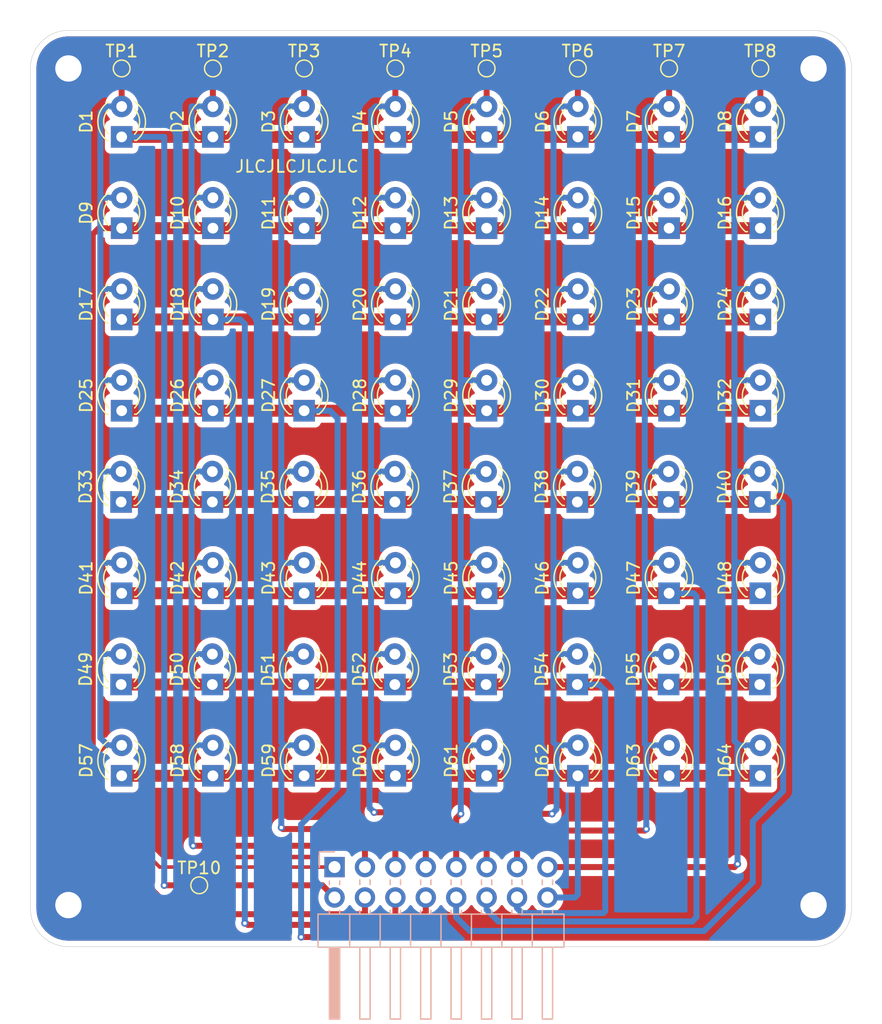
<source format=kicad_pcb>
(kicad_pcb (version 20241229) (generator "pcbnew") (generator_version "9.0")
  (title_block (title "Retro Imponator Led Array - Omega") (date "2026-02-27") (rev "1.0-pre") (company "Erik Brenn, 2026"))
  (layers (0 "F.Cu" signal) (2 "B.Cu" power) (13 "F.Paste" user) (15 "B.Paste" user) (5 "F.SilkS" user "F.Silkscreen") (7 "B.SilkS" user "B.Silkscreen") (1 "F.Mask" user) (3 "B.Mask" user) (25 "Edge.Cuts" user))
  (net 0 "")
  (net 1 "/Led1")
  (net 2 "/Row1")
  (net 3 "/Led2")
  (net 4 "/Led3")
  (net 5 "/Led4")
  (net 6 "/Led5")
  (net 7 "/Led6")
  (net 8 "/Led7")
  (net 9 "/Row2")
  (net 10 "/Row3")
  (net 11 "/Row4")
  (net 12 "/Row5")
  (net 13 "/Row6")
  (net 14 "/Row7")
  (net 15 "/Row8")
  (net 16 "GND")
  (net 17 "/Led8")
  (footprint "LED_THT:LED_D3.0mm" (layer "F.Cu") (at 71.755 45.085 90)
    (property "Reference" "D19")
    (property "Value" "LED")
  )
  (footprint "TestPoint:TestPoint_Pad_D1.0mm" (layer "F.Cu") (at 71.755 24.13)
    (property "Reference" "TP3")
    (property "Value" "TestPoint" (hide yes))
  )
  (footprint "LED_THT:LED_D3.0mm" (layer "F.Cu") (at 79.375 52.705 90)
    (property "Reference" "D28")
    (property "Value" "LED")
  )
  (footprint "LED_THT:LED_D3.0mm" (layer "F.Cu") (at 56.47 60.325 90)
    (property "Reference" "D33")
    (property "Value" "LED")
  )
  (footprint "LED_THT:LED_D3.0mm" (layer "F.Cu") (at 94.615 29.845 90)
    (property "Reference" "D6")
    (property "Value" "LED")
  )
  (footprint "LED_THT:LED_D3.0mm" (layer "F.Cu") (at 79.375 83.185 90)
    (property "Reference" "D60")
    (property "Value" "LED")
  )
  (footprint "TestPoint:TestPoint_Pad_D1.0mm" (layer "F.Cu") (at 62.992 92.329)
    (property "Reference" "TP10")
    (property "Value" "TestPoint" (hide yes))
  )
  (footprint "LED_THT:LED_D3.0mm" (layer "F.Cu") (at 109.81 60.325 90)
    (property "Reference" "D40")
    (property "Value" "LED")
  )
  (footprint "TestPoint:TestPoint_Pad_D1.0mm" (layer "F.Cu") (at 86.995 24.13)
    (property "Reference" "TP5")
    (property "Value" "TestPoint" (hide yes))
  )
  (footprint "LED_THT:LED_D3.0mm" (layer "F.Cu") (at 56.515 45.085 90)
    (property "Reference" "D17")
    (property "Value" "LED")
  )
  (footprint "LED_THT:LED_D3.0mm" (layer "F.Cu") (at 71.755 83.185 90)
    (property "Reference" "D59")
    (property "Value" "LED")
  )
  (footprint "TestPoint:TestPoint_Pad_D1.0mm" (layer "F.Cu") (at 109.855 24.13)
    (property "Reference" "TP8")
    (property "Value" "TestPoint" (hide yes))
  )
  (footprint "LED_THT:LED_D3.0mm" (layer "F.Cu") (at 71.755 67.945 90)
    (property "Reference" "D43")
    (property "Value" "LED")
  )
  (footprint "Fiducial:Fiducial_1mm_Mask2mm" (layer "F.Cu") (at 115.57 28.575)
    (property "Reference" "FID2" (hide yes))
    (property "Value" "1mm" (hide yes))
  )
  (footprint "LED_THT:LED_D3.0mm" (layer "F.Cu") (at 56.515 83.185 90)
    (property "Reference" "D57")
    (property "Value" "LED")
  )
  (footprint "LED_THT:LED_D3.0mm" (layer "F.Cu") (at 109.855 52.705 90)
    (property "Reference" "D32")
    (property "Value" "LED")
  )
  (footprint "LED_THT:LED_D3.0mm" (layer "F.Cu") (at 71.755 52.705 90)
    (property "Reference" "D27")
    (property "Value" "LED")
  )
  (footprint "Fiducial:Fiducial_1mm_Mask2mm" (layer "F.Cu") (at 50.8 28.575)
    (property "Reference" "FID1" (hide yes))
    (property "Value" "1mm" (hide yes))
  )
  (footprint "LED_THT:LED_D3.0mm" (layer "F.Cu") (at 79.33 75.565 90)
    (property "Reference" "D52")
    (property "Value" "LED")
  )
  (footprint "LED_THT:LED_D3.0mm" (layer "F.Cu") (at 94.615 67.945 90)
    (property "Reference" "D46")
    (property "Value" "LED")
  )
  (footprint "TestPoint:TestPoint_Pad_D1.0mm" (layer "F.Cu") (at 64.135 24.13)
    (property "Reference" "TP2")
    (property "Value" "TestPoint" (hide yes))
  )
  (footprint "LED_THT:LED_D3.0mm" (layer "F.Cu") (at 109.855 37.465 90)
    (property "Reference" "D16")
    (property "Value" "LED")
  )
  (footprint "LED_THT:LED_D3.0mm" (layer "F.Cu") (at 56.515 29.845 90)
    (property "Reference" "D1")
    (property "Value" "LED")
  )
  (footprint "LED_THT:LED_D3.0mm" (layer "F.Cu") (at 109.855 45.085 90)
    (property "Reference" "D24")
    (property "Value" "LED")
  )
  (footprint "LED_THT:LED_D3.0mm" (layer "F.Cu") (at 64.135 52.705 90)
    (property "Reference" "D26")
    (property "Value" "LED")
  )
  (footprint "MountingHole:MountingHole_2.2mm_M2_DIN965_Pad" (layer "F.Cu") (at 114.3 93.98)
    (property "Reference" "MH4" (hide yes))
    (property "Value" "M3" (hide yes))
  )
  (footprint "LED_THT:LED_D3.0mm" (layer "F.Cu") (at 86.995 37.465 90)
    (property "Reference" "D13")
    (property "Value" "LED")
  )
  (footprint "LED_THT:LED_D3.0mm" (layer "F.Cu") (at 79.375 67.945 90)
    (property "Reference" "D44")
    (property "Value" "LED")
  )
  (footprint "LED_THT:LED_D3.0mm" (layer "F.Cu") (at 56.47 75.565 90)
    (property "Reference" "D49")
    (property "Value" "LED")
  )
  (footprint "LED_THT:LED_D3.0mm" (layer "F.Cu") (at 79.375 29.845 90)
    (property "Reference" "D4")
    (property "Value" "LED")
  )
  (footprint "MountingHole:MountingHole_2.2mm_M2_DIN965_Pad" (layer "F.Cu") (at 52.07 24.13)
    (property "Reference" "MH1" (hide yes))
    (property "Value" "M3" (hide yes))
  )
  (footprint "LED_THT:LED_D3.0mm" (layer "F.Cu") (at 71.71 60.325 90)
    (property "Reference" "D35")
    (property "Value" "LED")
  )
  (footprint "LED_THT:LED_D3.0mm" (layer "F.Cu") (at 102.235 67.945 90)
    (property "Reference" "D47")
    (property "Value" "LED")
  )
  (footprint "LED_THT:LED_D3.0mm" (layer "F.Cu") (at 79.375 37.465 90)
    (property "Reference" "D12")
    (property "Value" "LED")
  )
  (footprint "LED_THT:LED_D3.0mm" (layer "F.Cu") (at 71.755 37.465 90)
    (property "Reference" "D11")
    (property "Value" "LED")
  )
  (footprint "LED_THT:LED_D3.0mm" (layer "F.Cu") (at 79.375 45.085 90)
    (property "Reference" "D20")
    (property "Value" "LED")
  )
  (footprint "LED_THT:LED_D3.0mm" (layer "F.Cu") (at 64.135 37.465 90)
    (property "Reference" "D10")
    (property "Value" "LED")
  )
  (footprint "LED_THT:LED_D3.0mm" (layer "F.Cu") (at 86.95 75.565 90)
    (property "Reference" "D53")
    (property "Value" "LED")
  )
  (footprint "LED_THT:LED_D3.0mm" (layer "F.Cu") (at 94.615 37.465 90)
    (property "Reference" "D14")
    (property "Value" "LED")
  )
  (footprint "LED_THT:LED_D3.0mm" (layer "F.Cu") (at 71.71 75.565 90)
    (property "Reference" "D51")
    (property "Value" "LED")
  )
  (footprint "LED_THT:LED_D3.0mm" (layer "F.Cu") (at 64.09 60.325 90)
    (property "Reference" "D34")
    (property "Value" "LED")
  )
  (footprint "LED_THT:LED_D3.0mm" (layer "F.Cu") (at 109.855 29.845 90)
    (property "Reference" "D8")
    (property "Value" "LED")
  )
  (footprint "LED_THT:LED_D3.0mm" (layer "F.Cu") (at 79.33 60.325 90)
    (property "Reference" "D36")
    (property "Value" "LED")
  )
  (footprint "LED_THT:LED_D3.0mm" (layer "F.Cu") (at 102.19 60.325 90)
    (property "Reference" "D39")
    (property "Value" "LED")
  )
  (footprint "LED_THT:LED_D3.0mm" (layer "F.Cu") (at 102.235 29.845 90)
    (property "Reference" "D7")
    (property "Value" "LED")
  )
  (footprint "TestPoint:TestPoint_Pad_D1.0mm" (layer "F.Cu") (at 56.515 24.13)
    (property "Reference" "TP1")
    (property "Value" "TestPoint" (hide yes))
  )
  (footprint "LED_THT:LED_D3.0mm" (layer "F.Cu") (at 86.995 52.705 90)
    (property "Reference" "D29")
    (property "Value" "LED")
  )
  (footprint "LED_THT:LED_D3.0mm" (layer "F.Cu") (at 86.95 60.325 90)
    (property "Reference" "D37")
    (property "Value" "LED")
  )
  (footprint "LED_THT:LED_D3.0mm" (layer "F.Cu") (at 86.995 67.945 90)
    (property "Reference" "D45")
    (property "Value" "LED")
  )
  (footprint "LED_THT:LED_D3.0mm" (layer "F.Cu") (at 56.515 37.465 90)
    (property "Reference" "D9")
    (property "Value" "LED")
  )
  (footprint "LED_THT:LED_D3.0mm" (layer "F.Cu") (at 102.235 83.185 90)
    (property "Reference" "D63")
    (property "Value" "LED")
  )
  (footprint "LED_THT:LED_D3.0mm" (layer "F.Cu") (at 56.515 52.705 90)
    (property "Reference" "D25")
    (property "Value" "LED")
  )
  (footprint "LED_THT:LED_D3.0mm" (layer "F.Cu") (at 86.995 45.085 90)
    (property "Reference" "D21")
    (property "Value" "LED")
  )
  (footprint "LED_THT:LED_D3.0mm" (layer "F.Cu") (at 64.135 29.845 90)
    (property "Reference" "D2")
    (property "Value" "LED")
  )
  (footprint "LED_THT:LED_D3.0mm" (layer "F.Cu") (at 94.57 75.565 90)
    (property "Reference" "D54")
    (property "Value" "LED")
  )
  (footprint "LED_THT:LED_D3.0mm" (layer "F.Cu") (at 102.19 75.565 90)
    (property "Reference" "D55")
    (property "Value" "LED")
  )
  (footprint "LED_THT:LED_D3.0mm" (layer "F.Cu") (at 86.995 83.185 90)
    (property "Reference" "D61")
    (property "Value" "LED")
  )
  (footprint "LED_THT:LED_D3.0mm" (layer "F.Cu") (at 102.235 52.705 90)
    (property "Reference" "D31")
    (property "Value" "LED")
  )
  (footprint "LED_THT:LED_D3.0mm" (layer "F.Cu") (at 64.135 45.085 90)
    (property "Reference" "D18")
    (property "Value" "LED")
  )
  (footprint "LED_THT:LED_D3.0mm" (layer "F.Cu") (at 94.615 52.705 90)
    (property "Reference" "D30")
    (property "Value" "LED")
  )
  (footprint "LED_THT:LED_D3.0mm" (layer "F.Cu") (at 71.755 29.845 90)
    (property "Reference" "D3")
    (property "Value" "LED")
  )
  (footprint "LED_THT:LED_D3.0mm" (layer "F.Cu") (at 109.81 75.565 90)
    (property "Reference" "D56")
    (property "Value" "LED")
  )
  (footprint "LED_THT:LED_D3.0mm" (layer "F.Cu") (at 56.515 67.945 90)
    (property "Reference" "D41")
    (property "Value" "LED")
  )
  (footprint "Fiducial:Fiducial_1mm_Mask2mm" (layer "F.Cu") (at 100.33 93.345)
    (property "Reference" "FID3" (hide yes))
    (property "Value" "1mm" (hide yes))
  )
  (footprint "LED_THT:LED_D3.0mm" (layer "F.Cu") (at 64.09 75.565 90)
    (property "Reference" "D50")
    (property "Value" "LED")
  )
  (footprint "LED_THT:LED_D3.0mm" (layer "F.Cu") (at 64.135 67.945 90)
    (property "Reference" "D42")
    (property "Value" "LED")
  )
  (footprint "LED_THT:LED_D3.0mm" (layer "F.Cu") (at 94.615 45.085 90)
    (property "Reference" "D22")
    (property "Value" "LED")
  )
  (footprint "LED_THT:LED_D3.0mm" (layer "F.Cu") (at 86.995 29.845 90)
    (property "Reference" "D5")
    (property "Value" "LED")
  )
  (footprint "MountingHole:MountingHole_2.2mm_M2_DIN965_Pad" (layer "F.Cu") (at 52.07 93.98)
    (property "Reference" "MH3" (hide yes))
    (property "Value" "M3" (hide yes))
  )
  (footprint "LED_THT:LED_D3.0mm" (layer "F.Cu") (at 94.615 83.185 90)
    (property "Reference" "D62")
    (property "Value" "LED")
  )
  (footprint "TestPoint:TestPoint_Pad_D1.0mm" (layer "F.Cu") (at 79.375 24.13)
    (property "Reference" "TP4")
    (property "Value" "TestPoint" (hide yes))
  )
  (footprint "LED_THT:LED_D3.0mm" (layer "F.Cu") (at 109.855 67.945 90)
    (property "Reference" "D48")
    (property "Value" "LED")
  )
  (footprint "LED_THT:LED_D3.0mm" (layer "F.Cu") (at 64.135 83.185 90)
    (property "Reference" "D58")
    (property "Value" "LED")
  )
  (footprint "LED_THT:LED_D3.0mm" (layer "F.Cu") (at 102.235 45.085 90)
    (property "Reference" "D23")
    (property "Value" "LED")
  )
  (footprint "TestPoint:TestPoint_Pad_D1.0mm" (layer "F.Cu") (at 102.235 24.13)
    (property "Reference" "TP7")
    (property "Value" "TestPoint" (hide yes))
  )
  (footprint "LED_THT:LED_D3.0mm" (layer "F.Cu") (at 94.57 60.325 90)
    (property "Reference" "D38")
    (property "Value" "LED")
  )
  (footprint "TestPoint:TestPoint_Pad_D1.0mm" (layer "F.Cu") (at 94.615 24.13)
    (property "Reference" "TP6")
    (property "Value" "TestPoint" (hide yes))
  )
  (footprint "MountingHole:MountingHole_2.2mm_M2_DIN965_Pad" (layer "F.Cu") (at 114.3 24.13)
    (property "Reference" "MH2" (hide yes))
    (property "Value" "M3" (hide yes))
  )
  (footprint "LED_THT:LED_D3.0mm" (layer "F.Cu") (at 109.855 83.185 90)
    (property "Reference" "D64")
    (property "Value" "LED")
  )
  (footprint "LED_THT:LED_D3.0mm" (layer "F.Cu") (at 102.235 37.465 90)
    (property "Reference" "D15")
    (property "Value" "LED")
  )
  (footprint "Connector_PinHeader_2.54mm:PinHeader_2x08_P2.54mm_Horizontal" (layer "B.Cu") (at 74.295 90.805 -90)
    (property "Reference" "J1" (hide yes))
    (property "Value" "Conn_02x08_Odd_Even" (hide yes))
  )
  (gr_arc (start 48.895 24.257) (mid 49.735133 21.974739) (end 51.943 20.955) (stroke (width 0.05)) (layer "Edge.Cuts"))
  (gr_line (start 117.475 24.13) (end 117.475 94.2749) (stroke (width 0.05)) (layer "Edge.Cuts"))
  (gr_arc (start 117.475 94.274936) (mid 116.545064 96.52) (end 114.3 97.449936) (stroke (width 0.05)) (layer "Edge.Cuts"))
  (gr_arc (start 52.07 97.449936) (mid 49.824936 96.52) (end 48.895 94.274936) (stroke (width 0.05)) (layer "Edge.Cuts"))
  (gr_line (start 114.3 97.449936) (end 52.07 97.449936) (stroke (width 0.05)) (layer "Edge.Cuts"))
  (gr_line (start 48.895 94.274936) (end 48.895 24.257) (stroke (width 0.05)) (layer "Edge.Cuts"))
  (gr_arc (start 114.3 20.955) (mid 116.545064 21.884936) (end 117.475 24.13) (stroke (width 0.05)) (layer "Edge.Cuts"))
  (gr_line (start 51.943025 20.955) (end 114.3 20.955) (stroke (width 0.05)) (layer "Edge.Cuts"))
  (gr_text "JLCJLCJLCJLC" (at 65.913 32.893 0) (layer "F.SilkS") (effects (font (size 1 1)) (justify left bottom)))
  (segment (start 74.295 90.805) (end 59.69 90.805) (width 0.3) (layer "F.Cu") (net 1))
  (segment (start 55.245 80.645) (end 56.515 80.645) (width 0.3) (layer "F.Cu") (net 1))
  (segment (start 56.515 27.305) (end 56.515 24.13) (width 0.5) (layer "F.Cu") (net 1))
  (segment (start 54.737 81.153) (end 55.245 80.645) (width 0.3) (layer "F.Cu") (net 1))
  (segment (start 54.737 85.852) (end 54.737 81.153) (width 0.3) (layer "F.Cu") (net 1))
  (segment (start 59.69 90.805) (end 54.737 85.852) (width 0.3) (layer "F.Cu") (net 1))
  (segment (start 56.515 50.165) (end 54.737 50.165) (width 0.5) (layer "B.Cu") (net 1))
  (segment (start 54.864 65.405) (end 54.737 65.278) (width 0.5) (layer "B.Cu") (net 1))
  (segment (start 54.737 27.813) (end 54.737 34.925) (width 0.5) (layer "B.Cu") (net 1))
  (segment (start 54.737 80.01) (end 55.372 80.645) (width 0.5) (layer "B.Cu") (net 1))
  (segment (start 54.737 57.785) (end 54.737 65.278) (width 0.5) (layer "B.Cu") (net 1))
  (segment (start 55.245 27.305) (end 54.737 27.813) (width 0.5) (layer "B.Cu") (net 1))
  (segment (start 56.47 57.785) (end 54.737 57.785) (width 0.5) (layer "B.Cu") (net 1))
  (segment (start 56.47 73.025) (end 54.737 73.025) (width 0.5) (layer "B.Cu") (net 1))
  (segment (start 56.515 27.305) (end 55.245 27.305) (width 0.5) (layer "B.Cu") (net 1))
  (segment (start 54.737 73.025) (end 54.737 80.01) (width 0.5) (layer "B.Cu") (net 1))
  (segment (start 56.515 42.545) (end 54.864 42.545) (width 0.5) (layer "B.Cu") (net 1))
  (segment (start 56.515 34.925) (end 54.737 34.925) (width 0.5) (layer "B.Cu") (net 1))
  (segment (start 54.864 42.545) (end 54.737 42.672) (width 0.5) (layer "B.Cu") (net 1))
  (segment (start 56.515 65.405) (end 54.864 65.405) (width 0.5) (layer "B.Cu") (net 1))
  (segment (start 55.372 80.645) (end 56.515 80.645) (width 0.5) (layer "B.Cu") (net 1))
  (segment (start 54.737 50.165) (end 54.737 57.785) (width 0.5) (layer "B.Cu") (net 1))
  (segment (start 54.737 65.278) (end 54.737 73.025) (width 0.5) (layer "B.Cu") (net 1))
  (segment (start 54.737 42.672) (end 54.737 50.165) (width 0.5) (layer "B.Cu") (net 1))
  (segment (start 54.737 34.925) (end 54.737 42.672) (width 0.5) (layer "B.Cu") (net 1))
  (segment (start 56.515 29.845) (end 67.945 29.845) (width 1) (layer "F.Cu") (net 2))
  (segment (start 74.295 93.345) (end 73.279 92.329) (width 0.5) (layer "F.Cu") (net 2))
  (segment (start 73.279 92.329) (end 60.071 92.329) (width 0.5) (layer "F.Cu") (net 2))
  (segment (start 67.945 29.845) (end 109.855 29.845) (width 1) (layer "F.Cu") (net 2))
  (via (at 60.071 92.329) (size 0.6) (drill 0.3) (layers "F.Cu" "B.Cu") (net 2))
  (segment (start 60.071 29.845) (end 56.515 29.845) (width 0.5) (layer "B.Cu") (net 2))
  (segment (start 60.071 92.329) (end 60.071 29.845) (width 0.5) (layer "B.Cu") (net 2))
  (segment (start 76.835 90.805) (end 76.835 89.408) (width 0.5) (layer "F.Cu") (net 3))
  (segment (start 76.835 89.408) (end 76.454 89.027) (width 0.5) (layer "F.Cu") (net 3))
  (segment (start 64.135 24.13) (end 64.135 27.305) (width 0.5) (layer "F.Cu") (net 3))
  (segment (start 76.454 89.027) (end 62.484 89.027) (width 0.5) (layer "F.Cu") (net 3))
  (segment (start 62.484 89.027) (end 62.484 88.9) (width 0.3) (layer "F.Cu") (net 3))
  (via (at 62.484 89.027) (size 0.6) (drill 0.3) (layers "F.Cu" "B.Cu") (net 3))
  (segment (start 62.357 27.305) (end 62.357 34.798) (width 0.5) (layer "B.Cu") (net 3))
  (segment (start 62.357 50.165) (end 62.357 57.785) (width 0.5) (layer "B.Cu") (net 3))
  (segment (start 64.135 65.405) (end 62.357 65.405) (width 0.5) (layer "B.Cu") (net 3))
  (segment (start 64.09 57.785) (end 62.357 57.785) (width 0.5) (layer "B.Cu") (net 3))
  (segment (start 64.135 27.305) (end 62.357 27.305) (width 0.5) (layer "B.Cu") (net 3))
  (segment (start 62.611 80.645) (end 64.135 80.645) (width 0.5) (layer "B.Cu") (net 3))
  (segment (start 62.357 80.391) (end 62.611 80.645) (width 0.5) (layer "B.Cu") (net 3))
  (segment (start 64.135 50.165) (end 62.357 50.165) (width 0.5) (layer "B.Cu") (net 3))
  (segment (start 62.357 57.785) (end 62.357 65.405) (width 0.5) (layer "B.Cu") (net 3))
  (segment (start 64.135 34.925) (end 62.484 34.925) (width 0.5) (layer "B.Cu") (net 3))
  (segment (start 62.484 34.925) (end 62.357 34.798) (width 0.5) (layer "B.Cu") (net 3))
  (segment (start 64.135 42.545) (end 62.484 42.545) (width 0.5) (layer "B.Cu") (net 3))
  (segment (start 62.357 80.899) (end 62.611 80.645) (width 0.5) (layer "B.Cu") (net 3))
  (segment (start 62.484 42.545) (end 62.357 42.418) (width 0.5) (layer "B.Cu") (net 3))
  (segment (start 64.09 73.025) (end 62.357 73.025) (width 0.5) (layer "B.Cu") (net 3))
  (segment (start 62.357 88.9) (end 62.357 80.899) (width 0.5) (layer "B.Cu") (net 3))
  (segment (start 62.357 34.798) (end 62.357 42.418) (width 0.5) (layer "B.Cu") (net 3))
  (segment (start 62.357 65.405) (end 62.357 73.025) (width 0.5) (layer "B.Cu") (net 3))
  (segment (start 62.357 42.418) (end 62.357 50.165) (width 0.5) (layer "B.Cu") (net 3))
  (segment (start 62.484 89.027) (end 62.357 88.9) (width 0.3) (layer "B.Cu") (net 3))
  (segment (start 62.357 73.025) (end 62.357 80.391) (width 0.5) (layer "B.Cu") (net 3))
  (segment (start 79.375 88.392) (end 78.613 87.63) (width 0.5) (layer "F.Cu") (net 4))
  (segment (start 79.375 90.805) (end 79.375 88.392) (width 0.5) (layer "F.Cu") (net 4))
  (segment (start 78.613 87.63) (end 69.977 87.63) (width 0.5) (layer "F.Cu") (net 4))
  (segment (start 71.755 24.13) (end 71.755 27.305) (width 0.5) (layer "F.Cu") (net 4))
  (segment (start 69.977 87.63) (end 69.85 87.503) (width 0.5) (layer "F.Cu") (net 4))
  (via (at 69.85 87.503) (size 0.6) (drill 0.3) (layers "F.Cu" "B.Cu") (net 4))
  (segment (start 69.977 42.545) (end 69.85 42.672) (width 0.5) (layer "B.Cu") (net 4))
  (segment (start 71.755 34.925) (end 69.977 34.925) (width 0.5) (layer "B.Cu") (net 4))
  (segment (start 71.755 42.545) (end 69.977 42.545) (width 0.5) (layer "B.Cu") (net 4))
  (segment (start 69.85 27.559) (end 69.85 35.052) (width 0.5) (layer "B.Cu") (net 4))
  (segment (start 70.104 27.305) (end 69.85 27.559) (width 0.5) (layer "B.Cu") (net 4))
  (segment (start 71.71 57.785) (end 69.85 57.785) (width 0.5) (layer "B.Cu") (net 4))
  (segment (start 69.85 42.672) (end 69.85 50.165) (width 0.5) (layer "B.Cu") (net 4))
  (segment (start 69.85 35.052) (end 69.85 42.672) (width 0.5) (layer "B.Cu") (net 4))
  (segment (start 71.71 73.025) (end 69.85 73.025) (width 0.5) (layer "B.Cu") (net 4))
  (segment (start 69.85 73.025) (end 69.85 80.391) (width 0.5) (layer "B.Cu") (net 4))
  (segment (start 69.85 65.405) (end 69.85 73.025) (width 0.5) (layer "B.Cu") (net 4))
  (segment (start 69.85 57.785) (end 69.85 65.405) (width 0.5) (layer "B.Cu") (net 4))
  (segment (start 69.85 80.899) (end 70.104 80.645) (width 0.5) (layer "B.Cu") (net 4))
  (segment (start 71.755 50.165) (end 69.85 50.165) (width 0.5) (layer "B.Cu") (net 4))
  (segment (start 71.755 65.405) (end 69.85 65.405) (width 0.5) (layer "B.Cu") (net 4))
  (segment (start 69.85 80.391) (end 70.104 80.645) (width 0.5) (layer "B.Cu") (net 4))
  (segment (start 69.85 50.165) (end 69.85 57.785) (width 0.5) (layer "B.Cu") (net 4))
  (segment (start 69.977 34.925) (end 69.85 35.052) (width 0.5) (layer "B.Cu") (net 4))
  (segment (start 71.755 27.305) (end 70.104 27.305) (width 0.5) (layer "B.Cu") (net 4))
  (segment (start 69.85 87.503) (end 69.85 80.899) (width 0.5) (layer "B.Cu") (net 4))
  (segment (start 70.104 80.645) (end 71.755 80.645) (width 0.5) (layer "B.Cu") (net 4))
  (segment (start 81.153 86.233) (end 77.597 86.233) (width 0.5) (layer "F.Cu") (net 5))
  (segment (start 79.375 24.13) (end 79.375 27.305) (width 0.5) (layer "F.Cu") (net 5))
  (segment (start 81.915 86.995) (end 81.153 86.233) (width 0.5) (layer "F.Cu") (net 5))
  (segment (start 81.915 90.805) (end 81.915 86.995) (width 0.5) (layer "F.Cu") (net 5))
  (via (at 77.597 86.233) (size 0.6) (drill 0.3) (layers "F.Cu" "B.Cu") (net 5))
  (segment (start 77.724 27.305) (end 77.343 27.686) (width 0.5) (layer "B.Cu") (net 5))
  (segment (start 77.343 27.686) (end 77.343 34.798) (width 0.5) (layer "B.Cu") (net 5))
  (segment (start 79.375 27.305) (end 77.724 27.305) (width 0.5) (layer "B.Cu") (net 5))
  (segment (start 77.724 80.645) (end 79.375 80.645) (width 0.5) (layer "B.Cu") (net 5))
  (segment (start 79.375 65.405) (end 77.47 65.405) (width 0.5) (layer "B.Cu") (net 5))
  (segment (start 79.33 73.025) (end 77.343 73.025) (width 0.5) (layer "B.Cu") (net 5))
  (segment (start 79.375 50.165) (end 77.47 50.165) (width 0.5) (layer "B.Cu") (net 5))
  (segment (start 77.216 85.852) (end 77.216 81.153) (width 0.5) (layer "B.Cu") (net 5))
  (segment (start 77.47 57.785) (end 77.343 57.658) (width 0.5) (layer "B.Cu") (net 5))
  (segment (start 77.216 81.153) (end 77.724 80.645) (width 0.5) (layer "B.Cu") (net 5))
  (segment (start 79.33 57.785) (end 77.47 57.785) (width 0.5) (layer "B.Cu") (net 5))
  (segment (start 77.47 50.165) (end 77.343 50.038) (width 0.5) (layer "B.Cu") (net 5))
  (segment (start 79.375 42.545) (end 77.343 42.545) (width 0.5) (layer "B.Cu") (net 5))
  (segment (start 79.375 34.925) (end 77.47 34.925) (width 0.5) (layer "B.Cu") (net 5))
  (segment (start 77.47 34.925) (end 77.343 34.798) (width 0.5) (layer "B.Cu") (net 5))
  (segment (start 77.597 86.233) (end 77.216 85.852) (width 0.5) (layer "B.Cu") (net 5))
  (segment (start 77.343 34.798) (end 77.343 42.545) (width 0.5) (layer "B.Cu") (net 5))
  (segment (start 77.47 65.405) (end 77.343 65.278) (width 0.5) (layer "B.Cu") (net 5))
  (segment (start 77.343 73.025) (end 77.343 80.264) (width 0.5) (layer "B.Cu") (net 5))
  (segment (start 77.343 80.264) (end 77.724 80.645) (width 0.5) (layer "B.Cu") (net 5))
  (segment (start 77.343 65.278) (end 77.343 73.025) (width 0.5) (layer "B.Cu") (net 5))
  (segment (start 77.343 50.038) (end 77.343 57.658) (width 0.5) (layer "B.Cu") (net 5))
  (segment (start 77.343 57.658) (end 77.343 65.278) (width 0.5) (layer "B.Cu") (net 5))
  (segment (start 77.343 42.545) (end 77.343 50.038) (width 0.5) (layer "B.Cu") (net 5))
  (segment (start 84.455 90.805) (end 84.455 86.741) (width 0.5) (layer "F.Cu") (net 6))
  (segment (start 84.455 86.741) (end 84.836 86.36) (width 0.5) (layer "F.Cu") (net 6))
  (segment (start 86.995 24.13) (end 86.995 27.305) (width 0.5) (layer "F.Cu") (net 6))
  (via (at 84.836 86.36) (size 0.6) (drill 0.3) (layers "F.Cu" "B.Cu") (net 6))
  (segment (start 86.95 73.025) (end 84.836 73.025) (width 0.5) (layer "B.Cu") (net 6))
  (segment (start 84.963 65.405) (end 84.836 65.532) (width 0.5) (layer "B.Cu") (net 6))
  (segment (start 84.836 42.545) (end 84.836 50.165) (width 0.5) (layer "B.Cu") (net 6))
  (segment (start 86.995 50.165) (end 84.836 50.165) (width 0.5) (layer "B.Cu") (net 6))
  (segment (start 84.836 27.813) (end 84.836 34.925) (width 0.5) (layer "B.Cu") (net 6))
  (segment (start 84.836 86.36) (end 84.836 80.899) (width 0.5) (layer "B.Cu") (net 6))
  (segment (start 84.836 65.532) (end 84.836 73.025) (width 0.5) (layer "B.Cu") (net 6))
  (segment (start 84.836 80.899) (end 85.09 80.645) (width 0.5) (layer "B.Cu") (net 6))
  (segment (start 86.995 27.305) (end 85.344 27.305) (width 0.5) (layer "B.Cu") (net 6))
  (segment (start 85.09 80.645) (end 86.995 80.645) (width 0.5) (layer "B.Cu") (net 6))
  (segment (start 84.836 57.785) (end 84.836 65.532) (width 0.5) (layer "B.Cu") (net 6))
  (segment (start 86.995 65.405) (end 84.963 65.405) (width 0.5) (layer "B.Cu") (net 6))
  (segment (start 84.836 73.025) (end 84.836 80.391) (width 0.5) (layer "B.Cu") (net 6))
  (segment (start 86.995 42.545) (end 84.836 42.545) (width 0.5) (layer "B.Cu") (net 6))
  (segment (start 85.344 27.305) (end 84.836 27.813) (width 0.5) (layer "B.Cu") (net 6))
  (segment (start 86.95 57.785) (end 84.836 57.785) (width 0.5) (layer "B.Cu") (net 6))
  (segment (start 84.836 80.391) (end 85.09 80.645) (width 0.5) (layer "B.Cu") (net 6))
  (segment (start 84.836 34.925) (end 84.836 42.545) (width 0.5) (layer "B.Cu") (net 6))
  (segment (start 84.836 50.165) (end 84.836 57.785) (width 0.5) (layer "B.Cu") (net 6))
  (segment (start 86.995 34.925) (end 84.836 34.925) (width 0.5) (layer "B.Cu") (net 6))
  (segment (start 94.615 24.13) (end 94.615 27.305) (width 0.5) (layer "F.Cu") (net 7))
  (segment (start 87.757 86.36) (end 92.456 86.36) (width 0.5) (layer "F.Cu") (net 7))
  (segment (start 86.995 87.122) (end 87.757 86.36) (width 0.5) (layer "F.Cu") (net 7))
  (segment (start 86.995 90.805) (end 86.995 87.122) (width 0.5) (layer "F.Cu") (net 7))
  (via (at 92.456 86.36) (size 0.6) (drill 0.3) (layers "F.Cu" "B.Cu") (net 7))
  (segment (start 92.964 27.305) (end 92.583 27.686) (width 0.5) (layer "B.Cu") (net 7))
  (segment (start 92.583 73.025) (end 92.583 80.391) (width 0.5) (layer "B.Cu") (net 7))
  (segment (start 94.57 73.025) (end 92.583 73.025) (width 0.5) (layer "B.Cu") (net 7))
  (segment (start 92.837 85.979) (end 92.837 80.645) (width 0.5) (layer "B.Cu") (net 7))
  (segment (start 92.583 80.391) (end 92.837 80.645) (width 0.5) (layer "B.Cu") (net 7))
  (segment (start 92.583 34.925) (end 92.583 42.545) (width 0.5) (layer "B.Cu") (net 7))
  (segment (start 94.615 42.545) (end 92.583 42.545) (width 0.5) (layer "B.Cu") (net 7))
  (segment (start 94.57 57.785) (end 92.583 57.785) (width 0.5) (layer "B.Cu") (net 7))
  (segment (start 92.837 80.645) (end 94.615 80.645) (width 0.5) (layer "B.Cu") (net 7))
  (segment (start 92.583 57.785) (end 92.583 65.278) (width 0.5) (layer "B.Cu") (net 7))
  (segment (start 92.583 42.545) (end 92.583 50.165) (width 0.5) (layer "B.Cu") (net 7))
  (segment (start 94.615 27.305) (end 92.964 27.305) (width 0.5) (layer "B.Cu") (net 7))
  (segment (start 92.583 65.278) (end 92.583 73.025) (width 0.5) (layer "B.Cu") (net 7))
  (segment (start 94.615 34.925) (end 92.583 34.925) (width 0.5) (layer "B.Cu") (net 7))
  (segment (start 92.583 27.686) (end 92.583 34.925) (width 0.5) (layer "B.Cu") (net 7))
  (segment (start 92.71 65.405) (end 92.583 65.278) (width 0.5) (layer "B.Cu") (net 7))
  (segment (start 94.615 65.405) (end 92.71 65.405) (width 0.5) (layer "B.Cu") (net 7))
  (segment (start 94.615 50.165) (end 92.583 50.165) (width 0.5) (layer "B.Cu") (net 7))
  (segment (start 92.583 50.165) (end 92.583 57.785) (width 0.5) (layer "B.Cu") (net 7))
  (segment (start 92.456 86.36) (end 92.837 85.979) (width 0.5) (layer "B.Cu") (net 7))
  (segment (start 89.535 90.805) (end 89.535 88.138) (width 0.5) (layer "F.Cu") (net 8))
  (segment (start 89.916 87.757) (end 100.203 87.757) (width 0.5) (layer "F.Cu") (net 8))
  (segment (start 89.535 88.138) (end 89.916 87.757) (width 0.5) (layer "F.Cu") (net 8))
  (segment (start 100.203 87.757) (end 100.33 87.63) (width 0.5) (layer "F.Cu") (net 8))
  (segment (start 102.235 24.13) (end 102.235 27.305) (width 0.5) (layer "F.Cu") (net 8))
  (via (at 100.33 87.63) (size 0.6) (drill 0.3) (layers "F.Cu" "B.Cu") (net 8))
  (segment (start 100.203 80.518) (end 100.33 80.645) (width 0.5) (layer "B.Cu") (net 8))
  (segment (start 100.203 65.405) (end 100.203 73.025) (width 0.5) (layer "B.Cu") (net 8))
  (segment (start 100.33 87.63) (end 100.33 80.645) (width 0.5) (layer "B.Cu") (net 8))
  (segment (start 100.33 57.785) (end 100.203 57.912) (width 0.5) (layer "B.Cu") (net 8))
  (segment (start 100.457 42.545) (end 100.203 42.799) (width 0.5) (layer "B.Cu") (net 8))
  (segment (start 100.33 80.645) (end 102.235 80.645) (width 0.5) (layer "B.Cu") (net 8))
  (segment (start 102.235 27.305) (end 100.584 27.305) (width 0.5) (layer "B.Cu") (net 8))
  (segment (start 102.235 50.165) (end 100.33 50.165) (width 0.5) (layer "B.Cu") (net 8))
  (segment (start 102.19 57.785) (end 100.33 57.785) (width 0.5) (layer "B.Cu") (net 8))
  (segment (start 100.203 35.052) (end 100.203 42.799) (width 0.5) (layer "B.Cu") (net 8))
  (segment (start 102.235 42.545) (end 100.457 42.545) (width 0.5) (layer "B.Cu") (net 8))
  (segment (start 102.235 34.925) (end 100.33 34.925) (width 0.5) (layer "B.Cu") (net 8))
  (segment (start 100.203 42.799) (end 100.203 50.038) (width 0.5) (layer "B.Cu") (net 8))
  (segment (start 102.235 65.405) (end 100.203 65.405) (width 0.5) (layer "B.Cu") (net 8))
  (segment (start 102.19 73.025) (end 100.203 73.025) (width 0.5) (layer "B.Cu") (net 8))
  (segment (start 100.203 73.025) (end 100.203 80.518) (width 0.5) (layer "B.Cu") (net 8))
  (segment (start 100.203 57.912) (end 100.203 65.405) (width 0.5) (layer "B.Cu") (net 8))
  (segment (start 100.203 27.686) (end 100.203 35.052) (width 0.5) (layer "B.Cu") (net 8))
  (segment (start 100.33 34.925) (end 100.203 35.052) (width 0.5) (layer "B.Cu") (net 8))
  (segment (start 100.33 50.165) (end 100.203 50.038) (width 0.5) (layer "B.Cu") (net 8))
  (segment (start 100.584 27.305) (end 100.203 27.686) (width 0.5) (layer "B.Cu") (net 8))
  (segment (start 100.203 50.038) (end 100.203 57.912) (width 0.5) (layer "B.Cu") (net 8))
  (segment (start 54.102 87.757) (end 54.102 37.973) (width 0.5) (layer "F.Cu") (net 9))
  (segment (start 54.102 37.973) (end 54.61 37.465) (width 0.5) (layer "F.Cu") (net 9))
  (segment (start 76.835 93.345) (end 76.835 94.615) (width 0.5) (layer "F.Cu") (net 9))
  (segment (start 76.708 94.742) (end 61.087 94.742) (width 0.5) (layer "F.Cu") (net 9))
  (segment (start 61.087 94.742) (end 54.102 87.757) (width 0.5) (layer "F.Cu") (net 9))
  (segment (start 54.61 37.465) (end 56.515 37.465) (width 0.5) (layer "F.Cu") (net 9))
  (segment (start 56.515 37.465) (end 109.855 37.465) (width 1) (layer "F.Cu") (net 9))
  (segment (start 76.835 94.615) (end 76.708 94.742) (width 0.5) (layer "F.Cu") (net 9))
  (segment (start 79.375 95.377) (end 79.375 93.345) (width 0.5) (layer "F.Cu") (net 10))
  (segment (start 66.802 95.492) (end 66.917 95.492) (width 0.5) (layer "F.Cu") (net 10))
  (segment (start 56.515 45.085) (end 109.855 45.085) (width 1) (layer "F.Cu") (net 10))
  (segment (start 66.917 95.492) (end 67.056 95.631) (width 0.5) (layer "F.Cu") (net 10))
  (segment (start 79.121 95.631) (end 79.375 95.377) (width 0.5) (layer "F.Cu") (net 10))
  (segment (start 67.056 95.631) (end 79.121 95.631) (width 0.5) (layer "F.Cu") (net 10))
  (via (at 66.802 95.492) (size 0.6) (drill 0.3) (layers "F.Cu" "B.Cu") (net 10))
  (segment (start 66.802 45.466) (end 66.421 45.085) (width 0.5) (layer "B.Cu") (net 10))
  (segment (start 66.802 95.492) (end 66.802 45.466) (width 0.5) (layer "B.Cu") (net 10))
  (segment (start 66.421 45.085) (end 64.135 45.085) (width 0.5) (layer "B.Cu") (net 10))
  (segment (start 79.815081 96.647) (end 71.501 96.647) (width 0.5) (layer "F.Cu") (net 11))
  (segment (start 81.915 93.345) (end 81.915 94.547081) (width 0.5) (layer "F.Cu") (net 11))
  (segment (start 56.515 52.705) (end 109.855 52.705) (width 1) (layer "F.Cu") (net 11))
  (segment (start 81.915 94.547081) (end 79.815081 96.647) (width 0.5) (layer "F.Cu") (net 11))
  (via (at 71.501 96.647) (size 0.6) (drill 0.3) (layers "F.Cu" "B.Cu") (net 11))
  (segment (start 71.501 96.647) (end 71.501 87.249) (width 0.5) (layer "B.Cu") (net 11))
  (segment (start 71.501 87.249) (end 74.549 84.201) (width 0.5) (layer "B.Cu") (net 11))
  (segment (start 73.914 52.705) (end 71.755 52.705) (width 0.5) (layer "B.Cu") (net 11))
  (segment (start 74.549 53.34) (end 73.914 52.705) (width 0.5) (layer "B.Cu") (net 11))
  (segment (start 74.549 84.201) (end 74.549 53.34) (width 0.5) (layer "B.Cu") (net 11))
  (segment (start 56.47 60.325) (end 109.81 60.325) (width 1) (layer "F.Cu") (net 12))
  (segment (start 111.633 60.325) (end 109.81 60.325) (width 0.5) (layer "B.Cu") (net 12))
  (segment (start 85.598 96.139) (end 105.156 96.139) (width 0.5) (layer "B.Cu") (net 12))
  (segment (start 111.76 84.455) (end 111.76 60.452) (width 0.5) (layer "B.Cu") (net 12))
  (segment (start 109.22 86.995) (end 111.76 84.455) (width 0.5) (layer "B.Cu") (net 12))
  (segment (start 84.455 94.996) (end 85.598 96.139) (width 0.5) (layer "B.Cu") (net 12))
  (segment (start 84.455 93.345) (end 84.455 94.996) (width 0.5) (layer "B.Cu") (net 12))
  (segment (start 111.76 60.452) (end 111.633 60.325) (width 0.5) (layer "B.Cu") (net 12))
  (segment (start 109.22 92.075) (end 109.22 86.995) (width 0.5) (layer "B.Cu") (net 12))
  (segment (start 105.156 96.139) (end 109.22 92.075) (width 0.5) (layer "B.Cu") (net 12))
  (segment (start 56.515 67.945) (end 109.855 67.945) (width 1) (layer "F.Cu") (net 13))
  (segment (start 104.17 95.347) (end 104.521 94.996) (width 0.5) (layer "B.Cu") (net 13))
  (segment (start 87.981 95.347) (end 104.17 95.347) (width 0.5) (layer "B.Cu") (net 13))
  (segment (start 104.521 68.199) (end 104.267 67.945) (width 0.5) (layer "B.Cu") (net 13))
  (segment (start 86.995 93.345) (end 86.995 94.361) (width 0.5) (layer "B.Cu") (net 13))
  (segment (start 104.521 94.996) (end 104.521 68.199) (width 0.5) (layer "B.Cu") (net 13))
  (segment (start 86.995 94.361) (end 87.981 95.347) (width 0.5) (layer "B.Cu") (net 13))
  (segment (start 104.267 67.945) (end 102.235 67.945) (width 0.5) (layer "B.Cu") (net 13))
  (segment (start 56.47 75.565) (end 109.81 75.565) (width 1) (layer "F.Cu") (net 14))
  (segment (start 89.535 94.234) (end 89.947 94.646) (width 0.5) (layer "B.Cu") (net 14))
  (segment (start 89.535 93.345) (end 89.535 94.234) (width 0.5) (layer "B.Cu") (net 14))
  (segment (start 96.901 76.073) (end 96.393 75.565) (width 0.5) (layer "B.Cu") (net 14))
  (segment (start 96.743 94.646) (end 96.901 94.488) (width 0.5) (layer "B.Cu") (net 14))
  (segment (start 96.901 94.488) (end 96.901 76.073) (width 0.5) (layer "B.Cu") (net 14))
  (segment (start 89.947 94.646) (end 96.743 94.646) (width 0.5) (layer "B.Cu") (net 14))
  (segment (start 96.393 75.565) (end 94.57 75.565) (width 0.5) (layer "B.Cu") (net 14))
  (segment (start 56.515 83.185) (end 109.855 83.185) (width 1) (layer "F.Cu") (net 15))
  (segment (start 94.361 93.345) (end 94.615 93.091) (width 0.5) (layer "B.Cu") (net 15))
  (segment (start 94.615 93.091) (end 94.615 83.185) (width 0.5) (layer "B.Cu") (net 15))
  (segment (start 92.075 93.345) (end 94.361 93.345) (width 0.5) (layer "B.Cu") (net 15))
  (segment (start 109.855 24.13) (end 109.855 27.305) (width 0.5) (layer "F.Cu") (net 17))
  (segment (start 107.696 90.805) (end 107.95 90.551) (width 0.5) (layer "F.Cu") (net 17))
  (segment (start 92.075 90.805) (end 107.696 90.805) (width 0.5) (layer "F.Cu") (net 17))
  (via (at 107.95 90.551) (size 0.6) (drill 0.3) (layers "F.Cu" "B.Cu") (net 17))
  (segment (start 107.823 57.785) (end 107.696 57.658) (width 0.5) (layer "B.Cu") (net 17))
  (segment (start 107.696 73.025) (end 107.696 80.264) (width 0.5) (layer "B.Cu") (net 17))
  (segment (start 108.077 80.645) (end 109.855 80.645) (width 0.5) (layer "B.Cu") (net 17))
  (segment (start 109.855 65.405) (end 107.95 65.405) (width 0.5) (layer "B.Cu") (net 17))
  (segment (start 109.81 57.785) (end 107.823 57.785) (width 0.5) (layer "B.Cu") (net 17))
  (segment (start 107.696 27.559) (end 107.696 35.052) (width 0.5) (layer "B.Cu") (net 17))
  (segment (start 107.696 42.672) (end 107.696 50.165) (width 0.5) (layer "B.Cu") (net 17))
  (segment (start 109.855 34.925) (end 107.823 34.925) (width 0.5) (layer "B.Cu") (net 17))
  (segment (start 107.95 80.772) (end 108.077 80.645) (width 0.5) (layer "B.Cu") (net 17))
  (segment (start 109.855 42.545) (end 107.823 42.545) (width 0.5) (layer "B.Cu") (net 17))
  (segment (start 107.696 50.165) (end 107.696 57.658) (width 0.5) (layer "B.Cu") (net 17))
  (segment (start 109.81 73.025) (end 107.696 73.025) (width 0.5) (layer "B.Cu") (net 17))
  (segment (start 107.696 80.264) (end 108.077 80.645) (width 0.5) (layer "B.Cu") (net 17))
  (segment (start 109.855 50.165) (end 107.696 50.165) (width 0.5) (layer "B.Cu") (net 17))
  (segment (start 109.855 27.305) (end 107.95 27.305) (width 0.5) (layer "B.Cu") (net 17))
  (segment (start 107.95 27.305) (end 107.696 27.559) (width 0.5) (layer "B.Cu") (net 17))
  (segment (start 107.95 65.405) (end 107.696 65.151) (width 0.5) (layer "B.Cu") (net 17))
  (segment (start 107.95 90.551) (end 107.95 80.772) (width 0.5) (layer "B.Cu") (net 17))
  (segment (start 107.696 65.151) (end 107.696 73.025) (width 0.5) (layer "B.Cu") (net 17))
  (segment (start 107.696 57.658) (end 107.696 65.151) (width 0.5) (layer "B.Cu") (net 17))
  (segment (start 107.823 34.925) (end 107.696 35.052) (width 0.5) (layer "B.Cu") (net 17))
  (segment (start 107.696 35.052) (end 107.696 42.672) (width 0.5) (layer "B.Cu") (net 17))
  (segment (start 107.823 42.545) (end 107.696 42.672) (width 0.5) (layer "B.Cu") (net 17))
  (zone (net 16) (net_name "GND") (layers "F.Cu" "B.Cu") (connect_pads (clearance 0.5)) (min_thickness 0.25) (fill yes (thermal_gap 0.5) (thermal_bridge_width 0.5))
    (polygon (pts (xy 46.355 18.415) (xy 120.015 18.415) (xy 120.015 99.695) (xy 46.355 99.695)))
  )
)
</source>
